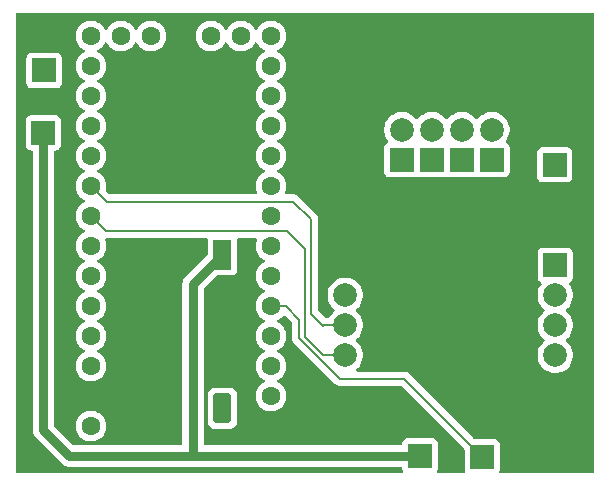
<source format=gbl>
%TF.GenerationSoftware,KiCad,Pcbnew,9.0.7*%
%TF.CreationDate,2026-02-08T08:02:23-07:00*%
%TF.ProjectId,PCB_v1,5043425f-7631-42e6-9b69-6361645f7063,rev?*%
%TF.SameCoordinates,Original*%
%TF.FileFunction,Copper,L2,Bot*%
%TF.FilePolarity,Positive*%
%FSLAX46Y46*%
G04 Gerber Fmt 4.6, Leading zero omitted, Abs format (unit mm)*
G04 Created by KiCad (PCBNEW 9.0.7) date 2026-02-08 08:02:23*
%MOMM*%
%LPD*%
G01*
G04 APERTURE LIST*
G04 Aperture macros list*
%AMRoundRect*
0 Rectangle with rounded corners*
0 $1 Rounding radius*
0 $2 $3 $4 $5 $6 $7 $8 $9 X,Y pos of 4 corners*
0 Add a 4 corners polygon primitive as box body*
4,1,4,$2,$3,$4,$5,$6,$7,$8,$9,$2,$3,0*
0 Add four circle primitives for the rounded corners*
1,1,$1+$1,$2,$3*
1,1,$1+$1,$4,$5*
1,1,$1+$1,$6,$7*
1,1,$1+$1,$8,$9*
0 Add four rect primitives between the rounded corners*
20,1,$1+$1,$2,$3,$4,$5,0*
20,1,$1+$1,$4,$5,$6,$7,0*
20,1,$1+$1,$6,$7,$8,$9,0*
20,1,$1+$1,$8,$9,$2,$3,0*%
G04 Aperture macros list end*
%TA.AperFunction,ComponentPad*%
%ADD10R,2.000000X2.000000*%
%TD*%
%TA.AperFunction,ComponentPad*%
%ADD11C,2.000000*%
%TD*%
%TA.AperFunction,ComponentPad*%
%ADD12C,1.600000*%
%TD*%
%TA.AperFunction,ComponentPad*%
%ADD13RoundRect,1.000000X-0.000010X0.000010X-0.000010X-0.000010X0.000010X-0.000010X0.000010X0.000010X0*%
%TD*%
%TA.AperFunction,ComponentPad*%
%ADD14R,1.500000X2.500000*%
%TD*%
%TA.AperFunction,ComponentPad*%
%ADD15RoundRect,0.150000X0.600000X-1.100000X0.600000X1.100000X-0.600000X1.100000X-0.600000X-1.100000X0*%
%TD*%
%TA.AperFunction,Conductor*%
%ADD16C,0.200000*%
%TD*%
%TA.AperFunction,Conductor*%
%ADD17C,0.800000*%
%TD*%
G04 APERTURE END LIST*
D10*
%TO.P,J7,1,Pin_1*%
%TO.N,/S_ESC_Right_3*%
X210000000Y-98108000D03*
%TD*%
%TO.P,J5,1,Pin_1*%
%TO.N,/12V*%
X204730000Y-98044500D03*
D11*
%TO.P,J5,2,Pin_2*%
%TO.N,/GND*%
X207270000Y-98044500D03*
%TD*%
D10*
%TO.P,J6,1,Pin_1*%
%TO.N,/S_ESC_Left_2*%
X172908000Y-65400000D03*
%TD*%
D12*
%TO.P,U1,1,GND*%
%TO.N,/GND*%
X192120000Y-95510000D03*
%TO.P,U1,2,0_RX1_CRX2_CS1*%
%TO.N,unconnected-(U1-0_RX1_CRX2_CS1-Pad2)*%
X192120000Y-92970000D03*
%TO.P,U1,3,1_TX1_CTX2_MISO1*%
%TO.N,unconnected-(U1-1_TX1_CTX2_MISO1-Pad3)*%
X192120000Y-90430000D03*
%TO.P,U1,4,2_OUT2*%
%TO.N,/S_ESC_Left_2*%
X192120000Y-87890000D03*
%TO.P,U1,5,3_LRCLK2*%
%TO.N,/S_ESC_Right_3*%
X192120000Y-85350000D03*
%TO.P,U1,6,4_BCLK2*%
%TO.N,unconnected-(U1-4_BCLK2-Pad6)*%
X192120000Y-82810000D03*
%TO.P,U1,7,5_IN2*%
%TO.N,unconnected-(U1-5_IN2-Pad7)*%
X192120000Y-80270000D03*
%TO.P,U1,8,6_OUT1D*%
%TO.N,unconnected-(U1-6_OUT1D-Pad8)*%
X192120000Y-77730000D03*
%TO.P,U1,9,7_RX2_OUT1A*%
%TO.N,unconnected-(U1-7_RX2_OUT1A-Pad9)*%
X192120000Y-75190000D03*
%TO.P,U1,10,8_TX2_IN1*%
%TO.N,unconnected-(U1-8_TX2_IN1-Pad10)*%
X192120000Y-72650000D03*
%TO.P,U1,11,9_OUT1C*%
%TO.N,unconnected-(U1-9_OUT1C-Pad11)*%
X192120000Y-70110000D03*
%TO.P,U1,12,10_CS_MQSR*%
%TO.N,unconnected-(U1-10_CS_MQSR-Pad12)*%
X192120000Y-67570000D03*
%TO.P,U1,13,11_MOSI_CTX1*%
%TO.N,/LED*%
X192120000Y-65030000D03*
%TO.P,U1,14,12_MISO_MQSL*%
%TO.N,unconnected-(U1-12_MISO_MQSL-Pad14)*%
X192120000Y-62490000D03*
%TO.P,U1,15,VBAT*%
%TO.N,unconnected-(U1-VBAT-Pad15)*%
X189580000Y-62490000D03*
%TO.P,U1,16,3V3*%
%TO.N,unconnected-(U1-3V3-Pad16)*%
X187040000Y-62490000D03*
%TO.P,U1,17,GND*%
%TO.N,/GND*%
X184500000Y-62490000D03*
%TO.P,U1,18,PROGRAM*%
%TO.N,unconnected-(U1-PROGRAM-Pad18)*%
X181960000Y-62490000D03*
%TO.P,U1,19,ON_OFF*%
%TO.N,unconnected-(U1-ON_OFF-Pad19)*%
X179420000Y-62490000D03*
%TO.P,U1,20,13_SCK_CRX1_LED*%
%TO.N,unconnected-(U1-13_SCK_CRX1_LED-Pad20)*%
X176880000Y-62490000D03*
%TO.P,U1,21,14_A0_TX3_SPDIF_OUT*%
%TO.N,unconnected-(U1-14_A0_TX3_SPDIF_OUT-Pad21)*%
X176880000Y-65030000D03*
%TO.P,U1,22,15_A1_RX3_SPDIF_IN*%
%TO.N,unconnected-(U1-15_A1_RX3_SPDIF_IN-Pad22)*%
X176880000Y-67570000D03*
%TO.P,U1,23,16_A2_RX4_SCL1*%
%TO.N,unconnected-(U1-16_A2_RX4_SCL1-Pad23)*%
X176880000Y-70110000D03*
%TO.P,U1,24,17_A3_TX4_SDA1*%
%TO.N,unconnected-(U1-17_A3_TX4_SDA1-Pad24)*%
X176880000Y-72650000D03*
%TO.P,U1,25,18_A4_SDA0*%
%TO.N,/SDA_18*%
X176880000Y-75190000D03*
%TO.P,U1,26,19_A5_SCL0*%
%TO.N,/SCL_19*%
X176880000Y-77730000D03*
%TO.P,U1,27,20_A6_TX5_LRCLK1*%
%TO.N,/CH4_20*%
X176880000Y-80270000D03*
%TO.P,U1,28,21_A7_RX5_BCLK1*%
%TO.N,/CH3_21*%
X176880000Y-82810000D03*
%TO.P,U1,29,22_A8_CTX1*%
%TO.N,/CH2_22*%
X176880000Y-85350000D03*
%TO.P,U1,30,23_A9_CRX1_MCLK1*%
%TO.N,/CH1_23*%
X176880000Y-87890000D03*
%TO.P,U1,31,3V3*%
%TO.N,/3.3V*%
X176880000Y-90430000D03*
%TO.P,U1,32,GND*%
%TO.N,/GND*%
X176880000Y-92970000D03*
%TO.P,U1,33,VIN*%
%TO.N,/5V*%
X176880000Y-95510000D03*
%TD*%
D10*
%TO.P,J4,1,Pin_1*%
%TO.N,/12V*%
X172844500Y-70670000D03*
D11*
%TO.P,J4,2,Pin_2*%
%TO.N,/GND*%
X172844500Y-68130000D03*
%TD*%
D10*
%TO.P,J8,1,Pin_1*%
%TO.N,/LED*%
X216135000Y-73370000D03*
D11*
%TO.P,J8,2,Pin_2*%
%TO.N,/GND*%
X216135000Y-70830000D03*
%TD*%
D10*
%TO.P,J1,1,Pin_1*%
%TO.N,unconnected-(J1-Pin_1-Pad1)*%
X216190000Y-81890000D03*
D13*
%TO.P,J1,2,Pin_2*%
%TO.N,unconnected-(J1-Pin_2-Pad2)*%
X216190000Y-84430000D03*
%TO.P,J1,3,Pin_3*%
%TO.N,unconnected-(J1-Pin_3-Pad3)*%
X216190000Y-86970000D03*
%TO.P,J1,4,Pin_4*%
%TO.N,unconnected-(J1-Pin_4-Pad4)*%
X216190000Y-89510000D03*
%TO.P,J1,5,Pin_5*%
%TO.N,/GND*%
X198410000Y-81890000D03*
%TO.P,J1,6,Pin_6*%
%TO.N,/3.3V*%
X198410000Y-84430000D03*
%TO.P,J1,7,Pin_7*%
%TO.N,/SDA_18*%
X198410000Y-86970000D03*
%TO.P,J1,8,Pin_8*%
%TO.N,/SCL_19*%
X198410000Y-89510000D03*
%TD*%
D14*
%TO.P,J3,1,Pin_1*%
%TO.N,/12V*%
X188000000Y-81000000D03*
D15*
%TO.P,J3,2,Pin_2*%
%TO.N,/GND*%
X181000000Y-81000000D03*
%TO.P,J3,3,Pin_3*%
%TO.N,/5V*%
X188000000Y-94000000D03*
%TO.P,J3,4,Pin_4*%
%TO.N,/GND*%
X181000000Y-94000000D03*
%TD*%
D10*
%TO.P,J2,1,Pin_1*%
%TO.N,/CH1_23*%
X203190000Y-72950000D03*
%TO.P,J2,2,Pin_2*%
%TO.N,/CH2_22*%
X205730000Y-72950000D03*
%TO.P,J2,3,Pin_3*%
%TO.N,/CH3_21*%
X208270000Y-72950000D03*
%TO.P,J2,4,Pin_4*%
%TO.N,/CH4_20*%
X210810000Y-72950000D03*
D11*
%TO.P,J2,5,Pin_5*%
%TO.N,/3.3V*%
X203190000Y-70410000D03*
%TO.P,J2,6,Pin_6*%
X205730000Y-70410000D03*
%TO.P,J2,7,Pin_7*%
X208270000Y-70410000D03*
%TO.P,J2,8,Pin_8*%
X210810000Y-70410000D03*
%TO.P,J2,9,Pin_9*%
%TO.N,/GND*%
X203190000Y-67870000D03*
%TO.P,J2,10,Pin_10*%
X205730000Y-67870000D03*
%TO.P,J2,11,Pin_11*%
X208270000Y-67870000D03*
%TO.P,J2,12,Pin_12*%
X210810000Y-67870000D03*
%TD*%
D16*
%TO.N,/SCL_19*%
X178150000Y-79000000D02*
X193500000Y-79000000D01*
X176880000Y-77730000D02*
X178150000Y-79000000D01*
X193500000Y-79000000D02*
X195000000Y-80500000D01*
X196510000Y-89510000D02*
X198410000Y-89510000D01*
X195000000Y-88000000D02*
X196510000Y-89510000D01*
X195000000Y-80500000D02*
X195000000Y-88000000D01*
%TO.N,/SDA_18*%
X195500000Y-78000000D02*
X194000000Y-76500000D01*
X178190000Y-76500000D02*
X176880000Y-75190000D01*
X198410000Y-86970000D02*
X196530000Y-86970000D01*
X196500000Y-87000000D02*
X195500000Y-86000000D01*
X194000000Y-76500000D02*
X178190000Y-76500000D01*
X195500000Y-86000000D02*
X195500000Y-78000000D01*
X196530000Y-86970000D02*
X196500000Y-87000000D01*
D17*
%TO.N,/12V*%
X172844500Y-70670000D02*
X172844500Y-95844500D01*
X185500000Y-98044500D02*
X185500000Y-83500000D01*
X185500000Y-98044500D02*
X204730000Y-98044500D01*
X185500000Y-83500000D02*
X188000000Y-81000000D01*
X175044500Y-98044500D02*
X185500000Y-98044500D01*
X172844500Y-95844500D02*
X175044500Y-98044500D01*
D16*
%TO.N,/S_ESC_Right_3*%
X194500000Y-86500000D02*
X194500000Y-88067100D01*
X192120000Y-85350000D02*
X193350000Y-85350000D01*
X203392000Y-91500000D02*
X210000000Y-98108000D01*
X193350000Y-85350000D02*
X194500000Y-86500000D01*
X197932900Y-91500000D02*
X203392000Y-91500000D01*
X194500000Y-88067100D02*
X197932900Y-91500000D01*
%TD*%
%TA.AperFunction,Conductor*%
%TO.N,/GND*%
G36*
X219442539Y-60520185D02*
G01*
X219488294Y-60572989D01*
X219499500Y-60624500D01*
X219499500Y-99375500D01*
X219479815Y-99442539D01*
X219427011Y-99488294D01*
X219375500Y-99499500D01*
X211566753Y-99499500D01*
X211499714Y-99479815D01*
X211453959Y-99427011D01*
X211444015Y-99357853D01*
X211450571Y-99332167D01*
X211494091Y-99215482D01*
X211500500Y-99155873D01*
X211500499Y-97060128D01*
X211494091Y-97000517D01*
X211492640Y-96996628D01*
X211443797Y-96865671D01*
X211443793Y-96865664D01*
X211357547Y-96750455D01*
X211357544Y-96750452D01*
X211242335Y-96664206D01*
X211242328Y-96664202D01*
X211107482Y-96613908D01*
X211107483Y-96613908D01*
X211047883Y-96607501D01*
X211047881Y-96607500D01*
X211047873Y-96607500D01*
X211047865Y-96607500D01*
X209400097Y-96607500D01*
X209333058Y-96587815D01*
X209312416Y-96571181D01*
X203879590Y-91138355D01*
X203879588Y-91138352D01*
X203760717Y-91019481D01*
X203760709Y-91019475D01*
X203645656Y-90953050D01*
X203645656Y-90953049D01*
X203645651Y-90953048D01*
X203638021Y-90948642D01*
X203623786Y-90940423D01*
X203581972Y-90929219D01*
X203471057Y-90899499D01*
X203312943Y-90899499D01*
X203305347Y-90899499D01*
X203305331Y-90899500D01*
X199429370Y-90899500D01*
X199362331Y-90879815D01*
X199316576Y-90827011D01*
X199306632Y-90757853D01*
X199335657Y-90694297D01*
X199349229Y-90680878D01*
X199474649Y-90574651D01*
X199474651Y-90574649D01*
X199635360Y-90384902D01*
X199635361Y-90384898D01*
X199635366Y-90384894D01*
X199762656Y-90171273D01*
X199853050Y-89939614D01*
X199904081Y-89696237D01*
X199910500Y-89592842D01*
X199910500Y-89427158D01*
X199904081Y-89323763D01*
X199853050Y-89080386D01*
X199853048Y-89080381D01*
X199853046Y-89080374D01*
X199762657Y-88848730D01*
X199762656Y-88848727D01*
X199635366Y-88635106D01*
X199635363Y-88635103D01*
X199635360Y-88635097D01*
X199474651Y-88445350D01*
X199474650Y-88445349D01*
X199343915Y-88334622D01*
X199305480Y-88276274D01*
X199304693Y-88206409D01*
X199341802Y-88147208D01*
X199343915Y-88145378D01*
X199474650Y-88034650D01*
X199474651Y-88034649D01*
X199635360Y-87844902D01*
X199635361Y-87844898D01*
X199635366Y-87844894D01*
X199762656Y-87631273D01*
X199853050Y-87399614D01*
X199904081Y-87156237D01*
X199910500Y-87052842D01*
X199910500Y-86887158D01*
X199904081Y-86783763D01*
X199853050Y-86540386D01*
X199853048Y-86540381D01*
X199853046Y-86540374D01*
X199762657Y-86308730D01*
X199762656Y-86308727D01*
X199635366Y-86095106D01*
X199635363Y-86095103D01*
X199635360Y-86095097D01*
X199474651Y-85905350D01*
X199474650Y-85905349D01*
X199343915Y-85794622D01*
X199305480Y-85736274D01*
X199304693Y-85666409D01*
X199341802Y-85607208D01*
X199343915Y-85605378D01*
X199474650Y-85494650D01*
X199474651Y-85494649D01*
X199635360Y-85304902D01*
X199635361Y-85304898D01*
X199635366Y-85304894D01*
X199762656Y-85091273D01*
X199849200Y-84869481D01*
X199853046Y-84859625D01*
X199853046Y-84859621D01*
X199853050Y-84859614D01*
X199904081Y-84616237D01*
X199910500Y-84512842D01*
X199910500Y-84347158D01*
X199904081Y-84243763D01*
X199853050Y-84000386D01*
X199853048Y-84000381D01*
X199853046Y-84000374D01*
X199762657Y-83768730D01*
X199762656Y-83768728D01*
X199762656Y-83768727D01*
X199635366Y-83555106D01*
X199635363Y-83555103D01*
X199635360Y-83555097D01*
X199474651Y-83365350D01*
X199474649Y-83365348D01*
X199284902Y-83204639D01*
X199133686Y-83114534D01*
X199071273Y-83077344D01*
X199071271Y-83077343D01*
X199071269Y-83077342D01*
X198839625Y-82986953D01*
X198839615Y-82986950D01*
X198596238Y-82935919D01*
X198596235Y-82935918D01*
X198492850Y-82929500D01*
X198492842Y-82929500D01*
X198327158Y-82929500D01*
X198327149Y-82929500D01*
X198223764Y-82935918D01*
X198223761Y-82935919D01*
X197980384Y-82986950D01*
X197980374Y-82986953D01*
X197748730Y-83077342D01*
X197535097Y-83204639D01*
X197345350Y-83365348D01*
X197345348Y-83365350D01*
X197184639Y-83555097D01*
X197057342Y-83768730D01*
X196966953Y-84000374D01*
X196966950Y-84000384D01*
X196915919Y-84243761D01*
X196915918Y-84243764D01*
X196909500Y-84347149D01*
X196909500Y-84512850D01*
X196915918Y-84616235D01*
X196915919Y-84616238D01*
X196966950Y-84859615D01*
X196966953Y-84859625D01*
X197057342Y-85091269D01*
X197184639Y-85304902D01*
X197345348Y-85494649D01*
X197345350Y-85494651D01*
X197476084Y-85605378D01*
X197514519Y-85663727D01*
X197515306Y-85733592D01*
X197478197Y-85792792D01*
X197476084Y-85794622D01*
X197345350Y-85905348D01*
X197345348Y-85905350D01*
X197184639Y-86095097D01*
X197057197Y-86308974D01*
X197049019Y-86316558D01*
X197044387Y-86326703D01*
X197023859Y-86339895D01*
X197005970Y-86356488D01*
X196993459Y-86359431D01*
X196985609Y-86364477D01*
X196950674Y-86369500D01*
X196770098Y-86369500D01*
X196703059Y-86349815D01*
X196682417Y-86333181D01*
X196136819Y-85787583D01*
X196103334Y-85726260D01*
X196100500Y-85699902D01*
X196100500Y-80842135D01*
X214689500Y-80842135D01*
X214689500Y-82937870D01*
X214689501Y-82937875D01*
X214695908Y-82997483D01*
X214746202Y-83132328D01*
X214746206Y-83132335D01*
X214832452Y-83247544D01*
X214832455Y-83247547D01*
X214947663Y-83333793D01*
X214953929Y-83337214D01*
X215003335Y-83386619D01*
X215018187Y-83454892D01*
X214993771Y-83520357D01*
X214989127Y-83526186D01*
X214964638Y-83555101D01*
X214964627Y-83555115D01*
X214837343Y-83768727D01*
X214837343Y-83768728D01*
X214746953Y-84000374D01*
X214746950Y-84000384D01*
X214695919Y-84243761D01*
X214695918Y-84243764D01*
X214689500Y-84347149D01*
X214689500Y-84512850D01*
X214695918Y-84616235D01*
X214695919Y-84616238D01*
X214746950Y-84859615D01*
X214746953Y-84859625D01*
X214837342Y-85091269D01*
X214964639Y-85304902D01*
X215125348Y-85494649D01*
X215125350Y-85494651D01*
X215256084Y-85605378D01*
X215294519Y-85663727D01*
X215295306Y-85733592D01*
X215258197Y-85792792D01*
X215256084Y-85794622D01*
X215125350Y-85905348D01*
X215125348Y-85905350D01*
X214964639Y-86095097D01*
X214837342Y-86308730D01*
X214746953Y-86540374D01*
X214746950Y-86540384D01*
X214695919Y-86783761D01*
X214695918Y-86783764D01*
X214689500Y-86887149D01*
X214689500Y-87052850D01*
X214695918Y-87156235D01*
X214695919Y-87156238D01*
X214746950Y-87399615D01*
X214746953Y-87399625D01*
X214837342Y-87631269D01*
X214837344Y-87631273D01*
X214930485Y-87787584D01*
X214964639Y-87844902D01*
X215125348Y-88034649D01*
X215125350Y-88034651D01*
X215256084Y-88145378D01*
X215294519Y-88203727D01*
X215295306Y-88273592D01*
X215258197Y-88332792D01*
X215256084Y-88334622D01*
X215125350Y-88445348D01*
X215125348Y-88445350D01*
X214964639Y-88635097D01*
X214837342Y-88848730D01*
X214746953Y-89080374D01*
X214746950Y-89080384D01*
X214695919Y-89323761D01*
X214695918Y-89323764D01*
X214689500Y-89427149D01*
X214689500Y-89592850D01*
X214695918Y-89696235D01*
X214695919Y-89696238D01*
X214746950Y-89939615D01*
X214746953Y-89939625D01*
X214837342Y-90171269D01*
X214964639Y-90384902D01*
X215125348Y-90574649D01*
X215125350Y-90574651D01*
X215315097Y-90735360D01*
X215315103Y-90735363D01*
X215315106Y-90735366D01*
X215528727Y-90862656D01*
X215528730Y-90862657D01*
X215760374Y-90953046D01*
X215760381Y-90953048D01*
X215760386Y-90953050D01*
X216003763Y-91004081D01*
X216107158Y-91010500D01*
X216107169Y-91010500D01*
X216272831Y-91010500D01*
X216272842Y-91010500D01*
X216376237Y-91004081D01*
X216619614Y-90953050D01*
X216619621Y-90953046D01*
X216619625Y-90953046D01*
X216756850Y-90899500D01*
X216851273Y-90862656D01*
X217064894Y-90735366D01*
X217064898Y-90735361D01*
X217064902Y-90735360D01*
X217254649Y-90574651D01*
X217254651Y-90574649D01*
X217415360Y-90384902D01*
X217415361Y-90384898D01*
X217415366Y-90384894D01*
X217542656Y-90171273D01*
X217633050Y-89939614D01*
X217684081Y-89696237D01*
X217690500Y-89592842D01*
X217690500Y-89427158D01*
X217684081Y-89323763D01*
X217633050Y-89080386D01*
X217633048Y-89080381D01*
X217633046Y-89080374D01*
X217542657Y-88848730D01*
X217542656Y-88848727D01*
X217415366Y-88635106D01*
X217415363Y-88635103D01*
X217415360Y-88635097D01*
X217254651Y-88445350D01*
X217254650Y-88445349D01*
X217123915Y-88334622D01*
X217085480Y-88276274D01*
X217084693Y-88206409D01*
X217121802Y-88147208D01*
X217123915Y-88145378D01*
X217254650Y-88034650D01*
X217254651Y-88034649D01*
X217415360Y-87844902D01*
X217415361Y-87844898D01*
X217415366Y-87844894D01*
X217542656Y-87631273D01*
X217633050Y-87399614D01*
X217684081Y-87156237D01*
X217690500Y-87052842D01*
X217690500Y-86887158D01*
X217684081Y-86783763D01*
X217633050Y-86540386D01*
X217633048Y-86540381D01*
X217633046Y-86540374D01*
X217542657Y-86308730D01*
X217542656Y-86308727D01*
X217415366Y-86095106D01*
X217415363Y-86095103D01*
X217415360Y-86095097D01*
X217254651Y-85905350D01*
X217254650Y-85905349D01*
X217123915Y-85794622D01*
X217085480Y-85736274D01*
X217084693Y-85666409D01*
X217121802Y-85607208D01*
X217123915Y-85605378D01*
X217254650Y-85494650D01*
X217254651Y-85494649D01*
X217415360Y-85304902D01*
X217415361Y-85304898D01*
X217415366Y-85304894D01*
X217542656Y-85091273D01*
X217629200Y-84869481D01*
X217633046Y-84859625D01*
X217633046Y-84859621D01*
X217633050Y-84859614D01*
X217684081Y-84616237D01*
X217690500Y-84512842D01*
X217690500Y-84347158D01*
X217684081Y-84243763D01*
X217633050Y-84000386D01*
X217633048Y-84000381D01*
X217633046Y-84000374D01*
X217542657Y-83768730D01*
X217542656Y-83768728D01*
X217542656Y-83768727D01*
X217415366Y-83555106D01*
X217415365Y-83555105D01*
X217415364Y-83555103D01*
X217390874Y-83526189D01*
X217362567Y-83462310D01*
X217373289Y-83393268D01*
X217419636Y-83340983D01*
X217426073Y-83337213D01*
X217432328Y-83333796D01*
X217432331Y-83333796D01*
X217547546Y-83247546D01*
X217633796Y-83132331D01*
X217684091Y-82997483D01*
X217690500Y-82937873D01*
X217690499Y-80842128D01*
X217684091Y-80782517D01*
X217679131Y-80769219D01*
X217633797Y-80647671D01*
X217633793Y-80647664D01*
X217547547Y-80532455D01*
X217547544Y-80532452D01*
X217432335Y-80446206D01*
X217432328Y-80446202D01*
X217297482Y-80395908D01*
X217297483Y-80395908D01*
X217237883Y-80389501D01*
X217237881Y-80389500D01*
X217237873Y-80389500D01*
X217237864Y-80389500D01*
X215142129Y-80389500D01*
X215142123Y-80389501D01*
X215082516Y-80395908D01*
X214947671Y-80446202D01*
X214947664Y-80446206D01*
X214832455Y-80532452D01*
X214832452Y-80532455D01*
X214746206Y-80647664D01*
X214746202Y-80647671D01*
X214695908Y-80782517D01*
X214689501Y-80842116D01*
X214689501Y-80842123D01*
X214689500Y-80842135D01*
X196100500Y-80842135D01*
X196100500Y-77920945D01*
X196100500Y-77920943D01*
X196059577Y-77768216D01*
X196059573Y-77768209D01*
X195980524Y-77631290D01*
X195980521Y-77631286D01*
X195980520Y-77631284D01*
X195868716Y-77519480D01*
X195868715Y-77519479D01*
X195864385Y-77515149D01*
X195864374Y-77515139D01*
X194487590Y-76138355D01*
X194487588Y-76138352D01*
X194368717Y-76019481D01*
X194368716Y-76019480D01*
X194281904Y-75969360D01*
X194281904Y-75969359D01*
X194281900Y-75969358D01*
X194231785Y-75940423D01*
X194079057Y-75899499D01*
X193920943Y-75899499D01*
X193913347Y-75899499D01*
X193913331Y-75899500D01*
X193420426Y-75899500D01*
X193353387Y-75879815D01*
X193307632Y-75827011D01*
X193297688Y-75757853D01*
X193309942Y-75719204D01*
X193325217Y-75689225D01*
X193325218Y-75689223D01*
X193325220Y-75689219D01*
X193388477Y-75494534D01*
X193420500Y-75292352D01*
X193420500Y-75087648D01*
X193388477Y-74885466D01*
X193383614Y-74870500D01*
X193337166Y-74727547D01*
X193325220Y-74690781D01*
X193325218Y-74690778D01*
X193325218Y-74690776D01*
X193285246Y-74612328D01*
X193232287Y-74508390D01*
X193190227Y-74450499D01*
X193111971Y-74342786D01*
X192967213Y-74198028D01*
X192801614Y-74077715D01*
X192761904Y-74057482D01*
X192708917Y-74030483D01*
X192658123Y-73982511D01*
X192641328Y-73914690D01*
X192663865Y-73848555D01*
X192708917Y-73809516D01*
X192801610Y-73762287D01*
X192822770Y-73746913D01*
X192967213Y-73641971D01*
X192967215Y-73641968D01*
X192967219Y-73641966D01*
X193111966Y-73497219D01*
X193111968Y-73497215D01*
X193111971Y-73497213D01*
X193164732Y-73424590D01*
X193232287Y-73331610D01*
X193325220Y-73149219D01*
X193388477Y-72954534D01*
X193420500Y-72752352D01*
X193420500Y-72547648D01*
X193388477Y-72345466D01*
X193380896Y-72322135D01*
X193355178Y-72242983D01*
X193325220Y-72150781D01*
X193325218Y-72150778D01*
X193325218Y-72150776D01*
X193262429Y-72027547D01*
X193232287Y-71968390D01*
X193201639Y-71926206D01*
X193111971Y-71802786D01*
X192967213Y-71658028D01*
X192801614Y-71537715D01*
X192739770Y-71506204D01*
X192708917Y-71490483D01*
X192658123Y-71442511D01*
X192641328Y-71374690D01*
X192663865Y-71308555D01*
X192708917Y-71269516D01*
X192801610Y-71222287D01*
X192837195Y-71196433D01*
X192967213Y-71101971D01*
X192967215Y-71101968D01*
X192967219Y-71101966D01*
X193111966Y-70957219D01*
X193111968Y-70957215D01*
X193111971Y-70957213D01*
X193164732Y-70884590D01*
X193232287Y-70791610D01*
X193325220Y-70609219D01*
X193388477Y-70414534D01*
X193407900Y-70291902D01*
X201689500Y-70291902D01*
X201689500Y-70528097D01*
X201726446Y-70761368D01*
X201799433Y-70985996D01*
X201858526Y-71101971D01*
X201906657Y-71196433D01*
X201994610Y-71317490D01*
X201996549Y-71320158D01*
X202020029Y-71385965D01*
X202004204Y-71454019D01*
X201955255Y-71501589D01*
X201955454Y-71501953D01*
X201954146Y-71502667D01*
X201954098Y-71502714D01*
X201953885Y-71502809D01*
X201947664Y-71506206D01*
X201832455Y-71592452D01*
X201832452Y-71592455D01*
X201746206Y-71707664D01*
X201746202Y-71707671D01*
X201695908Y-71842517D01*
X201689501Y-71902116D01*
X201689501Y-71902123D01*
X201689500Y-71902135D01*
X201689500Y-73997870D01*
X201689501Y-73997876D01*
X201695908Y-74057483D01*
X201746202Y-74192328D01*
X201746206Y-74192335D01*
X201832452Y-74307544D01*
X201832455Y-74307547D01*
X201947664Y-74393793D01*
X201947671Y-74393797D01*
X202082517Y-74444091D01*
X202082516Y-74444091D01*
X202089444Y-74444835D01*
X202142127Y-74450500D01*
X204237872Y-74450499D01*
X204297483Y-74444091D01*
X204416667Y-74399637D01*
X204486358Y-74394654D01*
X204503329Y-74399636D01*
X204622517Y-74444091D01*
X204622516Y-74444091D01*
X204629444Y-74444835D01*
X204682127Y-74450500D01*
X206777872Y-74450499D01*
X206837483Y-74444091D01*
X206956667Y-74399637D01*
X207026358Y-74394654D01*
X207043329Y-74399636D01*
X207162517Y-74444091D01*
X207162516Y-74444091D01*
X207169444Y-74444835D01*
X207222127Y-74450500D01*
X209317872Y-74450499D01*
X209377483Y-74444091D01*
X209496667Y-74399637D01*
X209566358Y-74394654D01*
X209583329Y-74399636D01*
X209702517Y-74444091D01*
X209702516Y-74444091D01*
X209709444Y-74444835D01*
X209762127Y-74450500D01*
X211857872Y-74450499D01*
X211917483Y-74444091D01*
X212052331Y-74393796D01*
X212167546Y-74307546D01*
X212253796Y-74192331D01*
X212304091Y-74057483D01*
X212310500Y-73997873D01*
X212310499Y-72322135D01*
X214634500Y-72322135D01*
X214634500Y-74417870D01*
X214634501Y-74417876D01*
X214640908Y-74477483D01*
X214691202Y-74612328D01*
X214691206Y-74612335D01*
X214777452Y-74727544D01*
X214777455Y-74727547D01*
X214892664Y-74813793D01*
X214892671Y-74813797D01*
X215027517Y-74864091D01*
X215027516Y-74864091D01*
X215034444Y-74864835D01*
X215087127Y-74870500D01*
X217182872Y-74870499D01*
X217242483Y-74864091D01*
X217377331Y-74813796D01*
X217492546Y-74727546D01*
X217578796Y-74612331D01*
X217629091Y-74477483D01*
X217635500Y-74417873D01*
X217635499Y-72322128D01*
X217629091Y-72262517D01*
X217621805Y-72242983D01*
X217578797Y-72127671D01*
X217578793Y-72127664D01*
X217492547Y-72012455D01*
X217492544Y-72012452D01*
X217377335Y-71926206D01*
X217377328Y-71926202D01*
X217242482Y-71875908D01*
X217242483Y-71875908D01*
X217182883Y-71869501D01*
X217182881Y-71869500D01*
X217182873Y-71869500D01*
X217182864Y-71869500D01*
X215087129Y-71869500D01*
X215087123Y-71869501D01*
X215027516Y-71875908D01*
X214892671Y-71926202D01*
X214892664Y-71926206D01*
X214777455Y-72012452D01*
X214777452Y-72012455D01*
X214691206Y-72127664D01*
X214691202Y-72127671D01*
X214640908Y-72262517D01*
X214637470Y-72294499D01*
X214634501Y-72322123D01*
X214634500Y-72322135D01*
X212310499Y-72322135D01*
X212310499Y-71902128D01*
X212304091Y-71842517D01*
X212289272Y-71802786D01*
X212253797Y-71707671D01*
X212253793Y-71707664D01*
X212167547Y-71592455D01*
X212167544Y-71592452D01*
X212052335Y-71506206D01*
X212044546Y-71501953D01*
X212046331Y-71498683D01*
X212004448Y-71467284D01*
X211980078Y-71401803D01*
X211994978Y-71333540D01*
X212003441Y-71320171D01*
X212093343Y-71196433D01*
X212200568Y-70985992D01*
X212273553Y-70761368D01*
X212310500Y-70528097D01*
X212310500Y-70291902D01*
X212273553Y-70058631D01*
X212200566Y-69834003D01*
X212093342Y-69623566D01*
X211954517Y-69432490D01*
X211787510Y-69265483D01*
X211596433Y-69126657D01*
X211385996Y-69019433D01*
X211161368Y-68946446D01*
X210928097Y-68909500D01*
X210928092Y-68909500D01*
X210691908Y-68909500D01*
X210691903Y-68909500D01*
X210458631Y-68946446D01*
X210234003Y-69019433D01*
X210023566Y-69126657D01*
X209914550Y-69205862D01*
X209832490Y-69265483D01*
X209832488Y-69265485D01*
X209832487Y-69265485D01*
X209665484Y-69432488D01*
X209640318Y-69467127D01*
X209584987Y-69509792D01*
X209515374Y-69515771D01*
X209453579Y-69483165D01*
X209439682Y-69467127D01*
X209414517Y-69432490D01*
X209247510Y-69265483D01*
X209056433Y-69126657D01*
X208845996Y-69019433D01*
X208621368Y-68946446D01*
X208388097Y-68909500D01*
X208388092Y-68909500D01*
X208151908Y-68909500D01*
X208151903Y-68909500D01*
X207918631Y-68946446D01*
X207694003Y-69019433D01*
X207483566Y-69126657D01*
X207374550Y-69205862D01*
X207292490Y-69265483D01*
X207292488Y-69265485D01*
X207292487Y-69265485D01*
X207125484Y-69432488D01*
X207100318Y-69467127D01*
X207044987Y-69509792D01*
X206975374Y-69515771D01*
X206913579Y-69483165D01*
X206899682Y-69467127D01*
X206874517Y-69432490D01*
X206707510Y-69265483D01*
X206516433Y-69126657D01*
X206305996Y-69019433D01*
X206081368Y-68946446D01*
X205848097Y-68909500D01*
X205848092Y-68909500D01*
X205611908Y-68909500D01*
X205611903Y-68909500D01*
X205378631Y-68946446D01*
X205154003Y-69019433D01*
X204943566Y-69126657D01*
X204834550Y-69205862D01*
X204752490Y-69265483D01*
X204752488Y-69265485D01*
X204752487Y-69265485D01*
X204585484Y-69432488D01*
X204560318Y-69467127D01*
X204504987Y-69509792D01*
X204435374Y-69515771D01*
X204373579Y-69483165D01*
X204359682Y-69467127D01*
X204334517Y-69432490D01*
X204167510Y-69265483D01*
X203976433Y-69126657D01*
X203765996Y-69019433D01*
X203541368Y-68946446D01*
X203308097Y-68909500D01*
X203308092Y-68909500D01*
X203071908Y-68909500D01*
X203071903Y-68909500D01*
X202838631Y-68946446D01*
X202614003Y-69019433D01*
X202403566Y-69126657D01*
X202294550Y-69205862D01*
X202212490Y-69265483D01*
X202212488Y-69265485D01*
X202212487Y-69265485D01*
X202045485Y-69432487D01*
X202045485Y-69432488D01*
X202045483Y-69432490D01*
X201989320Y-69509792D01*
X201906657Y-69623566D01*
X201799433Y-69834003D01*
X201726446Y-70058631D01*
X201689500Y-70291902D01*
X193407900Y-70291902D01*
X193420500Y-70212352D01*
X193420500Y-70007648D01*
X193388477Y-69805466D01*
X193325220Y-69610781D01*
X193325218Y-69610778D01*
X193325218Y-69610776D01*
X193260196Y-69483165D01*
X193232287Y-69428390D01*
X193224556Y-69417749D01*
X193111971Y-69262786D01*
X192967213Y-69118028D01*
X192801614Y-68997715D01*
X192795006Y-68994348D01*
X192708917Y-68950483D01*
X192658123Y-68902511D01*
X192641328Y-68834690D01*
X192663865Y-68768555D01*
X192708917Y-68729516D01*
X192801610Y-68682287D01*
X192822770Y-68666913D01*
X192967213Y-68561971D01*
X192967215Y-68561968D01*
X192967219Y-68561966D01*
X193111966Y-68417219D01*
X193111968Y-68417215D01*
X193111971Y-68417213D01*
X193164732Y-68344590D01*
X193232287Y-68251610D01*
X193325220Y-68069219D01*
X193388477Y-67874534D01*
X193420500Y-67672352D01*
X193420500Y-67467648D01*
X193388477Y-67265466D01*
X193325220Y-67070781D01*
X193325218Y-67070778D01*
X193325218Y-67070776D01*
X193238457Y-66900500D01*
X193232287Y-66888390D01*
X193199886Y-66843793D01*
X193111971Y-66722786D01*
X192967213Y-66578028D01*
X192801614Y-66457715D01*
X192795006Y-66454348D01*
X192708917Y-66410483D01*
X192658123Y-66362511D01*
X192641328Y-66294690D01*
X192663865Y-66228555D01*
X192708917Y-66189516D01*
X192801610Y-66142287D01*
X192822770Y-66126913D01*
X192967213Y-66021971D01*
X192967215Y-66021968D01*
X192967219Y-66021966D01*
X193111966Y-65877219D01*
X193111968Y-65877215D01*
X193111971Y-65877213D01*
X193164732Y-65804590D01*
X193232287Y-65711610D01*
X193325220Y-65529219D01*
X193388477Y-65334534D01*
X193420500Y-65132352D01*
X193420500Y-64927648D01*
X193388477Y-64725466D01*
X193325220Y-64530781D01*
X193325218Y-64530778D01*
X193325218Y-64530776D01*
X193291503Y-64464607D01*
X193232287Y-64348390D01*
X193224556Y-64337749D01*
X193111971Y-64182786D01*
X192967213Y-64038028D01*
X192801614Y-63917715D01*
X192765865Y-63899500D01*
X192708917Y-63870483D01*
X192658123Y-63822511D01*
X192641328Y-63754690D01*
X192663865Y-63688555D01*
X192708917Y-63649516D01*
X192801610Y-63602287D01*
X192822770Y-63586913D01*
X192967213Y-63481971D01*
X192967215Y-63481968D01*
X192967219Y-63481966D01*
X193111966Y-63337219D01*
X193111968Y-63337215D01*
X193111971Y-63337213D01*
X193164732Y-63264590D01*
X193232287Y-63171610D01*
X193325220Y-62989219D01*
X193388477Y-62794534D01*
X193420500Y-62592352D01*
X193420500Y-62387648D01*
X193388477Y-62185466D01*
X193325220Y-61990781D01*
X193325218Y-61990778D01*
X193325218Y-61990776D01*
X193279515Y-61901080D01*
X193232287Y-61808390D01*
X193224556Y-61797749D01*
X193111971Y-61642786D01*
X192967213Y-61498028D01*
X192801613Y-61377715D01*
X192801612Y-61377714D01*
X192801610Y-61377713D01*
X192744653Y-61348691D01*
X192619223Y-61284781D01*
X192424534Y-61221522D01*
X192249995Y-61193878D01*
X192222352Y-61189500D01*
X192017648Y-61189500D01*
X191993329Y-61193351D01*
X191815465Y-61221522D01*
X191620776Y-61284781D01*
X191438386Y-61377715D01*
X191272786Y-61498028D01*
X191128028Y-61642786D01*
X191007715Y-61808386D01*
X190960485Y-61901080D01*
X190912510Y-61951876D01*
X190844689Y-61968671D01*
X190778554Y-61946134D01*
X190739515Y-61901080D01*
X190738883Y-61899840D01*
X190692287Y-61808390D01*
X190684556Y-61797749D01*
X190571971Y-61642786D01*
X190427213Y-61498028D01*
X190261613Y-61377715D01*
X190261612Y-61377714D01*
X190261610Y-61377713D01*
X190204653Y-61348691D01*
X190079223Y-61284781D01*
X189884534Y-61221522D01*
X189709995Y-61193878D01*
X189682352Y-61189500D01*
X189477648Y-61189500D01*
X189453329Y-61193351D01*
X189275465Y-61221522D01*
X189080776Y-61284781D01*
X188898386Y-61377715D01*
X188732786Y-61498028D01*
X188588028Y-61642786D01*
X188467715Y-61808386D01*
X188420485Y-61901080D01*
X188372510Y-61951876D01*
X188304689Y-61968671D01*
X188238554Y-61946134D01*
X188199515Y-61901080D01*
X188198883Y-61899840D01*
X188152287Y-61808390D01*
X188144556Y-61797749D01*
X188031971Y-61642786D01*
X187887213Y-61498028D01*
X187721613Y-61377715D01*
X187721612Y-61377714D01*
X187721610Y-61377713D01*
X187664653Y-61348691D01*
X187539223Y-61284781D01*
X187344534Y-61221522D01*
X187169995Y-61193878D01*
X187142352Y-61189500D01*
X186937648Y-61189500D01*
X186913329Y-61193351D01*
X186735465Y-61221522D01*
X186540776Y-61284781D01*
X186358386Y-61377715D01*
X186192786Y-61498028D01*
X186048028Y-61642786D01*
X185927715Y-61808386D01*
X185834781Y-61990776D01*
X185771522Y-62185465D01*
X185739500Y-62387648D01*
X185739500Y-62592351D01*
X185771522Y-62794534D01*
X185834781Y-62989223D01*
X185927715Y-63171613D01*
X186048028Y-63337213D01*
X186192786Y-63481971D01*
X186347749Y-63594556D01*
X186358390Y-63602287D01*
X186451080Y-63649515D01*
X186540776Y-63695218D01*
X186540778Y-63695218D01*
X186540781Y-63695220D01*
X186645137Y-63729127D01*
X186735465Y-63758477D01*
X186754697Y-63761523D01*
X186937648Y-63790500D01*
X186937649Y-63790500D01*
X187142351Y-63790500D01*
X187142352Y-63790500D01*
X187344534Y-63758477D01*
X187539219Y-63695220D01*
X187721610Y-63602287D01*
X187814590Y-63534732D01*
X187887213Y-63481971D01*
X187887215Y-63481968D01*
X187887219Y-63481966D01*
X188031966Y-63337219D01*
X188031968Y-63337215D01*
X188031971Y-63337213D01*
X188152284Y-63171614D01*
X188152285Y-63171613D01*
X188152287Y-63171610D01*
X188199516Y-63078917D01*
X188247489Y-63028123D01*
X188315310Y-63011328D01*
X188381445Y-63033865D01*
X188420485Y-63078919D01*
X188467715Y-63171614D01*
X188588028Y-63337213D01*
X188732786Y-63481971D01*
X188887749Y-63594556D01*
X188898390Y-63602287D01*
X188991080Y-63649515D01*
X189080776Y-63695218D01*
X189080778Y-63695218D01*
X189080781Y-63695220D01*
X189185137Y-63729127D01*
X189275465Y-63758477D01*
X189294697Y-63761523D01*
X189477648Y-63790500D01*
X189477649Y-63790500D01*
X189682351Y-63790500D01*
X189682352Y-63790500D01*
X189884534Y-63758477D01*
X190079219Y-63695220D01*
X190261610Y-63602287D01*
X190354590Y-63534732D01*
X190427213Y-63481971D01*
X190427215Y-63481968D01*
X190427219Y-63481966D01*
X190571966Y-63337219D01*
X190571968Y-63337215D01*
X190571971Y-63337213D01*
X190692284Y-63171614D01*
X190692285Y-63171613D01*
X190692287Y-63171610D01*
X190739516Y-63078917D01*
X190787489Y-63028123D01*
X190855310Y-63011328D01*
X190921445Y-63033865D01*
X190960485Y-63078919D01*
X191007715Y-63171614D01*
X191128028Y-63337213D01*
X191272786Y-63481971D01*
X191427749Y-63594556D01*
X191438390Y-63602287D01*
X191529840Y-63648883D01*
X191531080Y-63649515D01*
X191581876Y-63697490D01*
X191598671Y-63765311D01*
X191576134Y-63831446D01*
X191531080Y-63870485D01*
X191438386Y-63917715D01*
X191272786Y-64038028D01*
X191128028Y-64182786D01*
X191007715Y-64348386D01*
X190914781Y-64530776D01*
X190851522Y-64725465D01*
X190819500Y-64927648D01*
X190819500Y-65132351D01*
X190851522Y-65334534D01*
X190914781Y-65529223D01*
X191007715Y-65711613D01*
X191128028Y-65877213D01*
X191272786Y-66021971D01*
X191427749Y-66134556D01*
X191438390Y-66142287D01*
X191529840Y-66188883D01*
X191531080Y-66189515D01*
X191581876Y-66237490D01*
X191598671Y-66305311D01*
X191576134Y-66371446D01*
X191531080Y-66410485D01*
X191438386Y-66457715D01*
X191272786Y-66578028D01*
X191128028Y-66722786D01*
X191007715Y-66888386D01*
X190914781Y-67070776D01*
X190851522Y-67265465D01*
X190819500Y-67467648D01*
X190819500Y-67672351D01*
X190851522Y-67874534D01*
X190914781Y-68069223D01*
X191007715Y-68251613D01*
X191128028Y-68417213D01*
X191272786Y-68561971D01*
X191427749Y-68674556D01*
X191438390Y-68682287D01*
X191529840Y-68728883D01*
X191531080Y-68729515D01*
X191581876Y-68777490D01*
X191598671Y-68845311D01*
X191576134Y-68911446D01*
X191531080Y-68950485D01*
X191438386Y-68997715D01*
X191272786Y-69118028D01*
X191128028Y-69262786D01*
X191007715Y-69428386D01*
X190914781Y-69610776D01*
X190851522Y-69805465D01*
X190819500Y-70007648D01*
X190819500Y-70212351D01*
X190851522Y-70414534D01*
X190914781Y-70609223D01*
X191007715Y-70791613D01*
X191128028Y-70957213D01*
X191272786Y-71101971D01*
X191427749Y-71214556D01*
X191438390Y-71222287D01*
X191529840Y-71268883D01*
X191531080Y-71269515D01*
X191581876Y-71317490D01*
X191598671Y-71385311D01*
X191576134Y-71451446D01*
X191531080Y-71490485D01*
X191438386Y-71537715D01*
X191272786Y-71658028D01*
X191128028Y-71802786D01*
X191007715Y-71968386D01*
X190914781Y-72150776D01*
X190851522Y-72345465D01*
X190819500Y-72547648D01*
X190819500Y-72752351D01*
X190851522Y-72954534D01*
X190914781Y-73149223D01*
X191007715Y-73331613D01*
X191128028Y-73497213D01*
X191272786Y-73641971D01*
X191427749Y-73754556D01*
X191438390Y-73762287D01*
X191529840Y-73808883D01*
X191531080Y-73809515D01*
X191581876Y-73857490D01*
X191598671Y-73925311D01*
X191576134Y-73991446D01*
X191531080Y-74030485D01*
X191438386Y-74077715D01*
X191272786Y-74198028D01*
X191128028Y-74342786D01*
X191007715Y-74508386D01*
X190914781Y-74690776D01*
X190851522Y-74885465D01*
X190819500Y-75087648D01*
X190819500Y-75292351D01*
X190851522Y-75494534D01*
X190914782Y-75689225D01*
X190930058Y-75719204D01*
X190942955Y-75787873D01*
X190916680Y-75852614D01*
X190859574Y-75892871D01*
X190819574Y-75899500D01*
X178490098Y-75899500D01*
X178423059Y-75879815D01*
X178402417Y-75863181D01*
X178174077Y-75634841D01*
X178140592Y-75573518D01*
X178143827Y-75508842D01*
X178148477Y-75494534D01*
X178180500Y-75292352D01*
X178180500Y-75087648D01*
X178148477Y-74885466D01*
X178143614Y-74870500D01*
X178097166Y-74727547D01*
X178085220Y-74690781D01*
X178085218Y-74690778D01*
X178085218Y-74690776D01*
X178045246Y-74612328D01*
X177992287Y-74508390D01*
X177950227Y-74450499D01*
X177871971Y-74342786D01*
X177727213Y-74198028D01*
X177561614Y-74077715D01*
X177521904Y-74057482D01*
X177468917Y-74030483D01*
X177418123Y-73982511D01*
X177401328Y-73914690D01*
X177423865Y-73848555D01*
X177468917Y-73809516D01*
X177561610Y-73762287D01*
X177582770Y-73746913D01*
X177727213Y-73641971D01*
X177727215Y-73641968D01*
X177727219Y-73641966D01*
X177871966Y-73497219D01*
X177871968Y-73497215D01*
X177871971Y-73497213D01*
X177924732Y-73424590D01*
X177992287Y-73331610D01*
X178085220Y-73149219D01*
X178148477Y-72954534D01*
X178180500Y-72752352D01*
X178180500Y-72547648D01*
X178148477Y-72345466D01*
X178140896Y-72322135D01*
X178115178Y-72242983D01*
X178085220Y-72150781D01*
X178085218Y-72150778D01*
X178085218Y-72150776D01*
X178022429Y-72027547D01*
X177992287Y-71968390D01*
X177961639Y-71926206D01*
X177871971Y-71802786D01*
X177727213Y-71658028D01*
X177561614Y-71537715D01*
X177499770Y-71506204D01*
X177468917Y-71490483D01*
X177418123Y-71442511D01*
X177401328Y-71374690D01*
X177423865Y-71308555D01*
X177468917Y-71269516D01*
X177561610Y-71222287D01*
X177597195Y-71196433D01*
X177727213Y-71101971D01*
X177727215Y-71101968D01*
X177727219Y-71101966D01*
X177871966Y-70957219D01*
X177871968Y-70957215D01*
X177871971Y-70957213D01*
X177924732Y-70884590D01*
X177992287Y-70791610D01*
X178085220Y-70609219D01*
X178148477Y-70414534D01*
X178180500Y-70212352D01*
X178180500Y-70007648D01*
X178148477Y-69805466D01*
X178085220Y-69610781D01*
X178085218Y-69610778D01*
X178085218Y-69610776D01*
X178020196Y-69483165D01*
X177992287Y-69428390D01*
X177984556Y-69417749D01*
X177871971Y-69262786D01*
X177727213Y-69118028D01*
X177561614Y-68997715D01*
X177555006Y-68994348D01*
X177468917Y-68950483D01*
X177418123Y-68902511D01*
X177401328Y-68834690D01*
X177423865Y-68768555D01*
X177468917Y-68729516D01*
X177561610Y-68682287D01*
X177582770Y-68666913D01*
X177727213Y-68561971D01*
X177727215Y-68561968D01*
X177727219Y-68561966D01*
X177871966Y-68417219D01*
X177871968Y-68417215D01*
X177871971Y-68417213D01*
X177924732Y-68344590D01*
X177992287Y-68251610D01*
X178085220Y-68069219D01*
X178148477Y-67874534D01*
X178180500Y-67672352D01*
X178180500Y-67467648D01*
X178148477Y-67265466D01*
X178085220Y-67070781D01*
X178085218Y-67070778D01*
X178085218Y-67070776D01*
X177998457Y-66900500D01*
X177992287Y-66888390D01*
X177959886Y-66843793D01*
X177871971Y-66722786D01*
X177727213Y-66578028D01*
X177561614Y-66457715D01*
X177555006Y-66454348D01*
X177468917Y-66410483D01*
X177418123Y-66362511D01*
X177401328Y-66294690D01*
X177423865Y-66228555D01*
X177468917Y-66189516D01*
X177561610Y-66142287D01*
X177582770Y-66126913D01*
X177727213Y-66021971D01*
X177727215Y-66021968D01*
X177727219Y-66021966D01*
X177871966Y-65877219D01*
X177871968Y-65877215D01*
X177871971Y-65877213D01*
X177924732Y-65804590D01*
X177992287Y-65711610D01*
X178085220Y-65529219D01*
X178148477Y-65334534D01*
X178180500Y-65132352D01*
X178180500Y-64927648D01*
X178148477Y-64725466D01*
X178085220Y-64530781D01*
X178085218Y-64530778D01*
X178085218Y-64530776D01*
X178051503Y-64464607D01*
X177992287Y-64348390D01*
X177984556Y-64337749D01*
X177871971Y-64182786D01*
X177727213Y-64038028D01*
X177561614Y-63917715D01*
X177525865Y-63899500D01*
X177468917Y-63870483D01*
X177418123Y-63822511D01*
X177401328Y-63754690D01*
X177423865Y-63688555D01*
X177468917Y-63649516D01*
X177561610Y-63602287D01*
X177582770Y-63586913D01*
X177727213Y-63481971D01*
X177727215Y-63481968D01*
X177727219Y-63481966D01*
X177871966Y-63337219D01*
X177871968Y-63337215D01*
X177871971Y-63337213D01*
X177992284Y-63171614D01*
X177992285Y-63171613D01*
X177992287Y-63171610D01*
X178039516Y-63078917D01*
X178087489Y-63028123D01*
X178155310Y-63011328D01*
X178221445Y-63033865D01*
X178260485Y-63078919D01*
X178307715Y-63171614D01*
X178428028Y-63337213D01*
X178572786Y-63481971D01*
X178727749Y-63594556D01*
X178738390Y-63602287D01*
X178831080Y-63649515D01*
X178920776Y-63695218D01*
X178920778Y-63695218D01*
X178920781Y-63695220D01*
X179025137Y-63729127D01*
X179115465Y-63758477D01*
X179134697Y-63761523D01*
X179317648Y-63790500D01*
X179317649Y-63790500D01*
X179522351Y-63790500D01*
X179522352Y-63790500D01*
X179724534Y-63758477D01*
X179919219Y-63695220D01*
X180101610Y-63602287D01*
X180194590Y-63534732D01*
X180267213Y-63481971D01*
X180267215Y-63481968D01*
X180267219Y-63481966D01*
X180411966Y-63337219D01*
X180411968Y-63337215D01*
X180411971Y-63337213D01*
X180532284Y-63171614D01*
X180532285Y-63171613D01*
X180532287Y-63171610D01*
X180579516Y-63078917D01*
X180627489Y-63028123D01*
X180695310Y-63011328D01*
X180761445Y-63033865D01*
X180800485Y-63078919D01*
X180847715Y-63171614D01*
X180968028Y-63337213D01*
X181112786Y-63481971D01*
X181267749Y-63594556D01*
X181278390Y-63602287D01*
X181371080Y-63649515D01*
X181460776Y-63695218D01*
X181460778Y-63695218D01*
X181460781Y-63695220D01*
X181565137Y-63729127D01*
X181655465Y-63758477D01*
X181674697Y-63761523D01*
X181857648Y-63790500D01*
X181857649Y-63790500D01*
X182062351Y-63790500D01*
X182062352Y-63790500D01*
X182264534Y-63758477D01*
X182459219Y-63695220D01*
X182641610Y-63602287D01*
X182734590Y-63534732D01*
X182807213Y-63481971D01*
X182807215Y-63481968D01*
X182807219Y-63481966D01*
X182951966Y-63337219D01*
X182951968Y-63337215D01*
X182951971Y-63337213D01*
X183004732Y-63264590D01*
X183072287Y-63171610D01*
X183165220Y-62989219D01*
X183228477Y-62794534D01*
X183260500Y-62592352D01*
X183260500Y-62387648D01*
X183228477Y-62185466D01*
X183165220Y-61990781D01*
X183165218Y-61990778D01*
X183165218Y-61990776D01*
X183119515Y-61901080D01*
X183072287Y-61808390D01*
X183064556Y-61797749D01*
X182951971Y-61642786D01*
X182807213Y-61498028D01*
X182641613Y-61377715D01*
X182641612Y-61377714D01*
X182641610Y-61377713D01*
X182584653Y-61348691D01*
X182459223Y-61284781D01*
X182264534Y-61221522D01*
X182089995Y-61193878D01*
X182062352Y-61189500D01*
X181857648Y-61189500D01*
X181833329Y-61193351D01*
X181655465Y-61221522D01*
X181460776Y-61284781D01*
X181278386Y-61377715D01*
X181112786Y-61498028D01*
X180968028Y-61642786D01*
X180847715Y-61808386D01*
X180800485Y-61901080D01*
X180752510Y-61951876D01*
X180684689Y-61968671D01*
X180618554Y-61946134D01*
X180579515Y-61901080D01*
X180578883Y-61899840D01*
X180532287Y-61808390D01*
X180524556Y-61797749D01*
X180411971Y-61642786D01*
X180267213Y-61498028D01*
X180101613Y-61377715D01*
X180101612Y-61377714D01*
X180101610Y-61377713D01*
X180044653Y-61348691D01*
X179919223Y-61284781D01*
X179724534Y-61221522D01*
X179549995Y-61193878D01*
X179522352Y-61189500D01*
X179317648Y-61189500D01*
X179293329Y-61193351D01*
X179115465Y-61221522D01*
X178920776Y-61284781D01*
X178738386Y-61377715D01*
X178572786Y-61498028D01*
X178428028Y-61642786D01*
X178307715Y-61808386D01*
X178260485Y-61901080D01*
X178212510Y-61951876D01*
X178144689Y-61968671D01*
X178078554Y-61946134D01*
X178039515Y-61901080D01*
X178038883Y-61899840D01*
X177992287Y-61808390D01*
X177984556Y-61797749D01*
X177871971Y-61642786D01*
X177727213Y-61498028D01*
X177561613Y-61377715D01*
X177561612Y-61377714D01*
X177561610Y-61377713D01*
X177504653Y-61348691D01*
X177379223Y-61284781D01*
X177184534Y-61221522D01*
X177009995Y-61193878D01*
X176982352Y-61189500D01*
X176777648Y-61189500D01*
X176753329Y-61193351D01*
X176575465Y-61221522D01*
X176380776Y-61284781D01*
X176198386Y-61377715D01*
X176032786Y-61498028D01*
X175888028Y-61642786D01*
X175767715Y-61808386D01*
X175674781Y-61990776D01*
X175611522Y-62185465D01*
X175579500Y-62387648D01*
X175579500Y-62592351D01*
X175611522Y-62794534D01*
X175674781Y-62989223D01*
X175767715Y-63171613D01*
X175888028Y-63337213D01*
X176032786Y-63481971D01*
X176187749Y-63594556D01*
X176198390Y-63602287D01*
X176289840Y-63648883D01*
X176291080Y-63649515D01*
X176341876Y-63697490D01*
X176358671Y-63765311D01*
X176336134Y-63831446D01*
X176291080Y-63870485D01*
X176198386Y-63917715D01*
X176032786Y-64038028D01*
X175888028Y-64182786D01*
X175767715Y-64348386D01*
X175674781Y-64530776D01*
X175611522Y-64725465D01*
X175579500Y-64927648D01*
X175579500Y-65132351D01*
X175611522Y-65334534D01*
X175674781Y-65529223D01*
X175767715Y-65711613D01*
X175888028Y-65877213D01*
X176032786Y-66021971D01*
X176187749Y-66134556D01*
X176198390Y-66142287D01*
X176289840Y-66188883D01*
X176291080Y-66189515D01*
X176341876Y-66237490D01*
X176358671Y-66305311D01*
X176336134Y-66371446D01*
X176291080Y-66410485D01*
X176198386Y-66457715D01*
X176032786Y-66578028D01*
X175888028Y-66722786D01*
X175767715Y-66888386D01*
X175674781Y-67070776D01*
X175611522Y-67265465D01*
X175579500Y-67467648D01*
X175579500Y-67672351D01*
X175611522Y-67874534D01*
X175674781Y-68069223D01*
X175767715Y-68251613D01*
X175888028Y-68417213D01*
X176032786Y-68561971D01*
X176187749Y-68674556D01*
X176198390Y-68682287D01*
X176289840Y-68728883D01*
X176291080Y-68729515D01*
X176341876Y-68777490D01*
X176358671Y-68845311D01*
X176336134Y-68911446D01*
X176291080Y-68950485D01*
X176198386Y-68997715D01*
X176032786Y-69118028D01*
X175888028Y-69262786D01*
X175767715Y-69428386D01*
X175674781Y-69610776D01*
X175611522Y-69805465D01*
X175579500Y-70007648D01*
X175579500Y-70212351D01*
X175611522Y-70414534D01*
X175674781Y-70609223D01*
X175767715Y-70791613D01*
X175888028Y-70957213D01*
X176032786Y-71101971D01*
X176187749Y-71214556D01*
X176198390Y-71222287D01*
X176289840Y-71268883D01*
X176291080Y-71269515D01*
X176341876Y-71317490D01*
X176358671Y-71385311D01*
X176336134Y-71451446D01*
X176291080Y-71490485D01*
X176198386Y-71537715D01*
X176032786Y-71658028D01*
X175888028Y-71802786D01*
X175767715Y-71968386D01*
X175674781Y-72150776D01*
X175611522Y-72345465D01*
X175579500Y-72547648D01*
X175579500Y-72752351D01*
X175611522Y-72954534D01*
X175674781Y-73149223D01*
X175767715Y-73331613D01*
X175888028Y-73497213D01*
X176032786Y-73641971D01*
X176187749Y-73754556D01*
X176198390Y-73762287D01*
X176289840Y-73808883D01*
X176291080Y-73809515D01*
X176341876Y-73857490D01*
X176358671Y-73925311D01*
X176336134Y-73991446D01*
X176291080Y-74030485D01*
X176198386Y-74077715D01*
X176032786Y-74198028D01*
X175888028Y-74342786D01*
X175767715Y-74508386D01*
X175674781Y-74690776D01*
X175611522Y-74885465D01*
X175579500Y-75087648D01*
X175579500Y-75292351D01*
X175611522Y-75494534D01*
X175674781Y-75689223D01*
X175725047Y-75787873D01*
X175763418Y-75863181D01*
X175767715Y-75871613D01*
X175888028Y-76037213D01*
X176032786Y-76181971D01*
X176187749Y-76294556D01*
X176198390Y-76302287D01*
X176289840Y-76348883D01*
X176291080Y-76349515D01*
X176341876Y-76397490D01*
X176358671Y-76465311D01*
X176336134Y-76531446D01*
X176291080Y-76570485D01*
X176198386Y-76617715D01*
X176032786Y-76738028D01*
X175888028Y-76882786D01*
X175767715Y-77048386D01*
X175674781Y-77230776D01*
X175611522Y-77425465D01*
X175579500Y-77627648D01*
X175579500Y-77832351D01*
X175611522Y-78034534D01*
X175674781Y-78229223D01*
X175767715Y-78411613D01*
X175888028Y-78577213D01*
X176032786Y-78721971D01*
X176187749Y-78834556D01*
X176198390Y-78842287D01*
X176289840Y-78888883D01*
X176291080Y-78889515D01*
X176341876Y-78937490D01*
X176358671Y-79005311D01*
X176336134Y-79071446D01*
X176291080Y-79110485D01*
X176198386Y-79157715D01*
X176032786Y-79278028D01*
X175888028Y-79422786D01*
X175767715Y-79588386D01*
X175674781Y-79770776D01*
X175611522Y-79965465D01*
X175579500Y-80167648D01*
X175579500Y-80372351D01*
X175611522Y-80574534D01*
X175674781Y-80769223D01*
X175767715Y-80951613D01*
X175888028Y-81117213D01*
X176032786Y-81261971D01*
X176187749Y-81374556D01*
X176198390Y-81382287D01*
X176289840Y-81428883D01*
X176291080Y-81429515D01*
X176341876Y-81477490D01*
X176358671Y-81545311D01*
X176336134Y-81611446D01*
X176291080Y-81650485D01*
X176198386Y-81697715D01*
X176032786Y-81818028D01*
X175888028Y-81962786D01*
X175767715Y-82128386D01*
X175674781Y-82310776D01*
X175611522Y-82505465D01*
X175581694Y-82693793D01*
X175579500Y-82707648D01*
X175579500Y-82912352D01*
X175592984Y-82997483D01*
X175611523Y-83114534D01*
X175611522Y-83114534D01*
X175674781Y-83309223D01*
X175767715Y-83491613D01*
X175888028Y-83657213D01*
X176032786Y-83801971D01*
X176187749Y-83914556D01*
X176198390Y-83922287D01*
X176289840Y-83968883D01*
X176291080Y-83969515D01*
X176341876Y-84017490D01*
X176358671Y-84085311D01*
X176336134Y-84151446D01*
X176291080Y-84190485D01*
X176198386Y-84237715D01*
X176032786Y-84358028D01*
X175888028Y-84502786D01*
X175767715Y-84668386D01*
X175674781Y-84850776D01*
X175611522Y-85045465D01*
X175579500Y-85247648D01*
X175579500Y-85452351D01*
X175611522Y-85654534D01*
X175674781Y-85849223D01*
X175767715Y-86031613D01*
X175888028Y-86197213D01*
X176032786Y-86341971D01*
X176187749Y-86454556D01*
X176198390Y-86462287D01*
X176289840Y-86508883D01*
X176291080Y-86509515D01*
X176341876Y-86557490D01*
X176358671Y-86625311D01*
X176336134Y-86691446D01*
X176291080Y-86730485D01*
X176198386Y-86777715D01*
X176032786Y-86898028D01*
X175888028Y-87042786D01*
X175767715Y-87208386D01*
X175674781Y-87390776D01*
X175611522Y-87585465D01*
X175579500Y-87787648D01*
X175579500Y-87992351D01*
X175611522Y-88194534D01*
X175674781Y-88389223D01*
X175703380Y-88445350D01*
X175759089Y-88554685D01*
X175767715Y-88571613D01*
X175888028Y-88737213D01*
X176032786Y-88881971D01*
X176187749Y-88994556D01*
X176198390Y-89002287D01*
X176289840Y-89048883D01*
X176291080Y-89049515D01*
X176341876Y-89097490D01*
X176358671Y-89165311D01*
X176336134Y-89231446D01*
X176291080Y-89270485D01*
X176198386Y-89317715D01*
X176032786Y-89438028D01*
X175888028Y-89582786D01*
X175767715Y-89748386D01*
X175674781Y-89930776D01*
X175611522Y-90125465D01*
X175579500Y-90327648D01*
X175579500Y-90532351D01*
X175611522Y-90734534D01*
X175674781Y-90929223D01*
X175767715Y-91111613D01*
X175888028Y-91277213D01*
X176032786Y-91421971D01*
X176187749Y-91534556D01*
X176198390Y-91542287D01*
X176291080Y-91589515D01*
X176380776Y-91635218D01*
X176380778Y-91635218D01*
X176380781Y-91635220D01*
X176485137Y-91669127D01*
X176575465Y-91698477D01*
X176594697Y-91701523D01*
X176777648Y-91730500D01*
X176777649Y-91730500D01*
X176982351Y-91730500D01*
X176982352Y-91730500D01*
X177184534Y-91698477D01*
X177379219Y-91635220D01*
X177561610Y-91542287D01*
X177654590Y-91474732D01*
X177727213Y-91421971D01*
X177727215Y-91421968D01*
X177727219Y-91421966D01*
X177871966Y-91277219D01*
X177871968Y-91277215D01*
X177871971Y-91277213D01*
X177924732Y-91204590D01*
X177992287Y-91111610D01*
X178085220Y-90929219D01*
X178148477Y-90734534D01*
X178180500Y-90532352D01*
X178180500Y-90327648D01*
X178148477Y-90125466D01*
X178085220Y-89930781D01*
X178085218Y-89930778D01*
X178085218Y-89930776D01*
X178051503Y-89864607D01*
X177992287Y-89748390D01*
X177954396Y-89696237D01*
X177871971Y-89582786D01*
X177727213Y-89438028D01*
X177561614Y-89317715D01*
X177555006Y-89314348D01*
X177468917Y-89270483D01*
X177418123Y-89222511D01*
X177401328Y-89154690D01*
X177423865Y-89088555D01*
X177468917Y-89049516D01*
X177561610Y-89002287D01*
X177582770Y-88986913D01*
X177727213Y-88881971D01*
X177727215Y-88881968D01*
X177727219Y-88881966D01*
X177871966Y-88737219D01*
X177871968Y-88737215D01*
X177871971Y-88737213D01*
X177946161Y-88635097D01*
X177992287Y-88571610D01*
X178085220Y-88389219D01*
X178148477Y-88194534D01*
X178180500Y-87992352D01*
X178180500Y-87787648D01*
X178150858Y-87600501D01*
X178148477Y-87585465D01*
X178114377Y-87480518D01*
X178085220Y-87390781D01*
X178085218Y-87390778D01*
X178085218Y-87390776D01*
X178013028Y-87249097D01*
X177992287Y-87208390D01*
X177954396Y-87156237D01*
X177871971Y-87042786D01*
X177727213Y-86898028D01*
X177561614Y-86777715D01*
X177553811Y-86773739D01*
X177468917Y-86730483D01*
X177418123Y-86682511D01*
X177401328Y-86614690D01*
X177423865Y-86548555D01*
X177468917Y-86509516D01*
X177561610Y-86462287D01*
X177582770Y-86446913D01*
X177727213Y-86341971D01*
X177727215Y-86341968D01*
X177727219Y-86341966D01*
X177871966Y-86197219D01*
X177871968Y-86197215D01*
X177871971Y-86197213D01*
X177971284Y-86060518D01*
X177992287Y-86031610D01*
X178085220Y-85849219D01*
X178148477Y-85654534D01*
X178180500Y-85452352D01*
X178180500Y-85247648D01*
X178148477Y-85045466D01*
X178085220Y-84850781D01*
X178085218Y-84850778D01*
X178085218Y-84850776D01*
X178023584Y-84729814D01*
X177992287Y-84668390D01*
X177954396Y-84616237D01*
X177871971Y-84502786D01*
X177727213Y-84358028D01*
X177561614Y-84237715D01*
X177555006Y-84234348D01*
X177468917Y-84190483D01*
X177418123Y-84142511D01*
X177401328Y-84074690D01*
X177423865Y-84008555D01*
X177468917Y-83969516D01*
X177561610Y-83922287D01*
X177582770Y-83906913D01*
X177727213Y-83801971D01*
X177727215Y-83801968D01*
X177727219Y-83801966D01*
X177871966Y-83657219D01*
X177871968Y-83657215D01*
X177871971Y-83657213D01*
X177971401Y-83520357D01*
X177992287Y-83491610D01*
X178085220Y-83309219D01*
X178148477Y-83114534D01*
X178180500Y-82912352D01*
X178180500Y-82707648D01*
X178148477Y-82505466D01*
X178144210Y-82492335D01*
X178085218Y-82310776D01*
X178051503Y-82244607D01*
X177992287Y-82128390D01*
X177984556Y-82117749D01*
X177871971Y-81962786D01*
X177727213Y-81818028D01*
X177561614Y-81697715D01*
X177555006Y-81694348D01*
X177468917Y-81650483D01*
X177418123Y-81602511D01*
X177401328Y-81534690D01*
X177423865Y-81468555D01*
X177468917Y-81429516D01*
X177561610Y-81382287D01*
X177582770Y-81366913D01*
X177727213Y-81261971D01*
X177727215Y-81261968D01*
X177727219Y-81261966D01*
X177871966Y-81117219D01*
X177871968Y-81117215D01*
X177871971Y-81117213D01*
X177962451Y-80992676D01*
X177992287Y-80951610D01*
X178085220Y-80769219D01*
X178148477Y-80574534D01*
X178180500Y-80372352D01*
X178180500Y-80167648D01*
X178148477Y-79965466D01*
X178142517Y-79947124D01*
X178126822Y-79898820D01*
X178085220Y-79770781D01*
X178085218Y-79770777D01*
X178083714Y-79766148D01*
X178085035Y-79765718D01*
X178078236Y-79702486D01*
X178109509Y-79640006D01*
X178169597Y-79604352D01*
X178200266Y-79600500D01*
X186625500Y-79600500D01*
X186692539Y-79620185D01*
X186738294Y-79672989D01*
X186749500Y-79724500D01*
X186749500Y-80925637D01*
X186729815Y-80992676D01*
X186713181Y-81013318D01*
X184800537Y-82925962D01*
X184800532Y-82925968D01*
X184792576Y-82937874D01*
X184792577Y-82937875D01*
X184701988Y-83073449D01*
X184684971Y-83114534D01*
X184634105Y-83237333D01*
X184628298Y-83266524D01*
X184604914Y-83384091D01*
X184604386Y-83386747D01*
X184599500Y-83411309D01*
X184599500Y-97020000D01*
X184579815Y-97087039D01*
X184527011Y-97132794D01*
X184475500Y-97144000D01*
X175468862Y-97144000D01*
X175401823Y-97124315D01*
X175381181Y-97107681D01*
X173781319Y-95507819D01*
X173766615Y-95480891D01*
X173750023Y-95455073D01*
X173749131Y-95448872D01*
X173747834Y-95446496D01*
X173745000Y-95420138D01*
X173745000Y-95407648D01*
X175579500Y-95407648D01*
X175579500Y-95612352D01*
X175580408Y-95618082D01*
X175611522Y-95814534D01*
X175674781Y-96009223D01*
X175738691Y-96134653D01*
X175766437Y-96189106D01*
X175767715Y-96191613D01*
X175888028Y-96357213D01*
X176032786Y-96501971D01*
X176168683Y-96600704D01*
X176198390Y-96622287D01*
X176280653Y-96664202D01*
X176380776Y-96715218D01*
X176380778Y-96715218D01*
X176380781Y-96715220D01*
X176485137Y-96749127D01*
X176575465Y-96778477D01*
X176676557Y-96794488D01*
X176777648Y-96810500D01*
X176777649Y-96810500D01*
X176982351Y-96810500D01*
X176982352Y-96810500D01*
X177184534Y-96778477D01*
X177379219Y-96715220D01*
X177561610Y-96622287D01*
X177669364Y-96544000D01*
X177727213Y-96501971D01*
X177727215Y-96501968D01*
X177727219Y-96501966D01*
X177871966Y-96357219D01*
X177871968Y-96357215D01*
X177871971Y-96357213D01*
X177934573Y-96271047D01*
X177992287Y-96191610D01*
X178085220Y-96009219D01*
X178148477Y-95814534D01*
X178180500Y-95612352D01*
X178180500Y-95407648D01*
X178148477Y-95205466D01*
X178085220Y-95010781D01*
X178085218Y-95010778D01*
X178085218Y-95010776D01*
X178051503Y-94944607D01*
X177992287Y-94828390D01*
X177984556Y-94817749D01*
X177871971Y-94662786D01*
X177727213Y-94518028D01*
X177561613Y-94397715D01*
X177561612Y-94397714D01*
X177561610Y-94397713D01*
X177504653Y-94368691D01*
X177379223Y-94304781D01*
X177184534Y-94241522D01*
X177009995Y-94213878D01*
X176982352Y-94209500D01*
X176777648Y-94209500D01*
X176753329Y-94213351D01*
X176575465Y-94241522D01*
X176380776Y-94304781D01*
X176198386Y-94397715D01*
X176032786Y-94518028D01*
X175888028Y-94662786D01*
X175767715Y-94828386D01*
X175674781Y-95010776D01*
X175611522Y-95205465D01*
X175586984Y-95360396D01*
X175579500Y-95407648D01*
X173745000Y-95407648D01*
X173745000Y-72294499D01*
X173764685Y-72227460D01*
X173817489Y-72181705D01*
X173869000Y-72170499D01*
X173892371Y-72170499D01*
X173892372Y-72170499D01*
X173951983Y-72164091D01*
X174086831Y-72113796D01*
X174202046Y-72027546D01*
X174288296Y-71912331D01*
X174338591Y-71777483D01*
X174345000Y-71717873D01*
X174344999Y-69622128D01*
X174338591Y-69562517D01*
X174290093Y-69432488D01*
X174288297Y-69427671D01*
X174288293Y-69427664D01*
X174202047Y-69312455D01*
X174202044Y-69312452D01*
X174086835Y-69226206D01*
X174086828Y-69226202D01*
X173951982Y-69175908D01*
X173951983Y-69175908D01*
X173892383Y-69169501D01*
X173892381Y-69169500D01*
X173892373Y-69169500D01*
X173892364Y-69169500D01*
X171796629Y-69169500D01*
X171796623Y-69169501D01*
X171737016Y-69175908D01*
X171602171Y-69226202D01*
X171602164Y-69226206D01*
X171486955Y-69312452D01*
X171486952Y-69312455D01*
X171400706Y-69427664D01*
X171400702Y-69427671D01*
X171350408Y-69562517D01*
X171345220Y-69610776D01*
X171344001Y-69622123D01*
X171344000Y-69622135D01*
X171344000Y-71717870D01*
X171344001Y-71717876D01*
X171350408Y-71777483D01*
X171400702Y-71912328D01*
X171400706Y-71912335D01*
X171486952Y-72027544D01*
X171486955Y-72027547D01*
X171602164Y-72113793D01*
X171602171Y-72113797D01*
X171639351Y-72127664D01*
X171737017Y-72164091D01*
X171796627Y-72170500D01*
X171819997Y-72170499D01*
X171887036Y-72190181D01*
X171932792Y-72242983D01*
X171944000Y-72294499D01*
X171944000Y-95933196D01*
X171978603Y-96107158D01*
X171978605Y-96107166D01*
X172010051Y-96183084D01*
X172010053Y-96183088D01*
X172012546Y-96189106D01*
X172046487Y-96271047D01*
X172104066Y-96357219D01*
X172107215Y-96361932D01*
X172107220Y-96361941D01*
X172145037Y-96418538D01*
X174470459Y-98743960D01*
X174470462Y-98743962D01*
X174470464Y-98743964D01*
X174544207Y-98793237D01*
X174544209Y-98793239D01*
X174617954Y-98842514D01*
X174665952Y-98862395D01*
X174781834Y-98910395D01*
X174955803Y-98944999D01*
X174955807Y-98945000D01*
X174955808Y-98945000D01*
X174955809Y-98945000D01*
X185411309Y-98945000D01*
X203105501Y-98945000D01*
X203172540Y-98964685D01*
X203218295Y-99017489D01*
X203229501Y-99069000D01*
X203229501Y-99092376D01*
X203235908Y-99151983D01*
X203286202Y-99286828D01*
X203286204Y-99286832D01*
X203296951Y-99301187D01*
X203321370Y-99366651D01*
X203306520Y-99434924D01*
X203257115Y-99484331D01*
X203197686Y-99499500D01*
X170624500Y-99499500D01*
X170557461Y-99479815D01*
X170511706Y-99427011D01*
X170500500Y-99375500D01*
X170500500Y-64352135D01*
X171407500Y-64352135D01*
X171407500Y-66447870D01*
X171407501Y-66447876D01*
X171413908Y-66507483D01*
X171464202Y-66642328D01*
X171464206Y-66642335D01*
X171550452Y-66757544D01*
X171550455Y-66757547D01*
X171665664Y-66843793D01*
X171665671Y-66843797D01*
X171800517Y-66894091D01*
X171800516Y-66894091D01*
X171807444Y-66894835D01*
X171860127Y-66900500D01*
X173955872Y-66900499D01*
X174015483Y-66894091D01*
X174150331Y-66843796D01*
X174265546Y-66757546D01*
X174351796Y-66642331D01*
X174402091Y-66507483D01*
X174408500Y-66447873D01*
X174408499Y-64352128D01*
X174402091Y-64292517D01*
X174351796Y-64157669D01*
X174351795Y-64157668D01*
X174351793Y-64157664D01*
X174265547Y-64042455D01*
X174265544Y-64042452D01*
X174150335Y-63956206D01*
X174150328Y-63956202D01*
X174015482Y-63905908D01*
X174015483Y-63905908D01*
X173955883Y-63899501D01*
X173955881Y-63899500D01*
X173955873Y-63899500D01*
X173955864Y-63899500D01*
X171860129Y-63899500D01*
X171860123Y-63899501D01*
X171800516Y-63905908D01*
X171665671Y-63956202D01*
X171665664Y-63956206D01*
X171550455Y-64042452D01*
X171550452Y-64042455D01*
X171464206Y-64157664D01*
X171464202Y-64157671D01*
X171413908Y-64292517D01*
X171407902Y-64348386D01*
X171407501Y-64352123D01*
X171407500Y-64352135D01*
X170500500Y-64352135D01*
X170500500Y-60624500D01*
X170520185Y-60557461D01*
X170572989Y-60511706D01*
X170624500Y-60500500D01*
X219375500Y-60500500D01*
X219442539Y-60520185D01*
G37*
%TD.AperFunction*%
%TA.AperFunction,Conductor*%
G36*
X190866773Y-79620185D02*
G01*
X190912528Y-79672989D01*
X190922472Y-79742147D01*
X190915919Y-79766029D01*
X190916286Y-79766148D01*
X190914781Y-79770777D01*
X190914780Y-79770781D01*
X190895040Y-79831534D01*
X190851522Y-79965465D01*
X190819500Y-80167648D01*
X190819500Y-80372351D01*
X190851522Y-80574534D01*
X190914781Y-80769223D01*
X191007715Y-80951613D01*
X191128028Y-81117213D01*
X191272786Y-81261971D01*
X191427749Y-81374556D01*
X191438390Y-81382287D01*
X191529840Y-81428883D01*
X191531080Y-81429515D01*
X191581876Y-81477490D01*
X191598671Y-81545311D01*
X191576134Y-81611446D01*
X191531080Y-81650485D01*
X191438386Y-81697715D01*
X191272786Y-81818028D01*
X191128028Y-81962786D01*
X191007715Y-82128386D01*
X190914781Y-82310776D01*
X190851522Y-82505465D01*
X190821694Y-82693793D01*
X190819500Y-82707648D01*
X190819500Y-82912352D01*
X190832984Y-82997483D01*
X190851523Y-83114534D01*
X190851522Y-83114534D01*
X190914781Y-83309223D01*
X191007715Y-83491613D01*
X191128028Y-83657213D01*
X191272786Y-83801971D01*
X191427749Y-83914556D01*
X191438390Y-83922287D01*
X191529840Y-83968883D01*
X191531080Y-83969515D01*
X191581876Y-84017490D01*
X191598671Y-84085311D01*
X191576134Y-84151446D01*
X191531080Y-84190485D01*
X191438386Y-84237715D01*
X191272786Y-84358028D01*
X191128028Y-84502786D01*
X191007715Y-84668386D01*
X190914781Y-84850776D01*
X190851522Y-85045465D01*
X190819500Y-85247648D01*
X190819500Y-85452351D01*
X190851522Y-85654534D01*
X190914781Y-85849223D01*
X191007715Y-86031613D01*
X191128028Y-86197213D01*
X191272786Y-86341971D01*
X191427749Y-86454556D01*
X191438390Y-86462287D01*
X191529840Y-86508883D01*
X191531080Y-86509515D01*
X191581876Y-86557490D01*
X191598671Y-86625311D01*
X191576134Y-86691446D01*
X191531080Y-86730485D01*
X191438386Y-86777715D01*
X191272786Y-86898028D01*
X191128028Y-87042786D01*
X191007715Y-87208386D01*
X190914781Y-87390776D01*
X190851522Y-87585465D01*
X190819500Y-87787648D01*
X190819500Y-87992351D01*
X190851522Y-88194534D01*
X190914781Y-88389223D01*
X190943380Y-88445350D01*
X190999089Y-88554685D01*
X191007715Y-88571613D01*
X191128028Y-88737213D01*
X191272786Y-88881971D01*
X191427749Y-88994556D01*
X191438390Y-89002287D01*
X191529840Y-89048883D01*
X191531080Y-89049515D01*
X191581876Y-89097490D01*
X191598671Y-89165311D01*
X191576134Y-89231446D01*
X191531080Y-89270485D01*
X191438386Y-89317715D01*
X191272786Y-89438028D01*
X191128028Y-89582786D01*
X191007715Y-89748386D01*
X190914781Y-89930776D01*
X190851522Y-90125465D01*
X190819500Y-90327648D01*
X190819500Y-90532351D01*
X190851522Y-90734534D01*
X190914781Y-90929223D01*
X191007715Y-91111613D01*
X191128028Y-91277213D01*
X191272786Y-91421971D01*
X191427749Y-91534556D01*
X191438390Y-91542287D01*
X191529840Y-91588883D01*
X191531080Y-91589515D01*
X191581876Y-91637490D01*
X191598671Y-91705311D01*
X191576134Y-91771446D01*
X191531080Y-91810485D01*
X191438386Y-91857715D01*
X191272786Y-91978028D01*
X191128028Y-92122786D01*
X191007715Y-92288386D01*
X190914781Y-92470776D01*
X190851522Y-92665465D01*
X190819500Y-92867648D01*
X190819500Y-93072351D01*
X190851522Y-93274534D01*
X190914781Y-93469223D01*
X191007715Y-93651613D01*
X191128028Y-93817213D01*
X191272786Y-93961971D01*
X191427749Y-94074556D01*
X191438390Y-94082287D01*
X191554607Y-94141503D01*
X191620776Y-94175218D01*
X191620778Y-94175218D01*
X191620781Y-94175220D01*
X191725137Y-94209127D01*
X191815465Y-94238477D01*
X191834697Y-94241523D01*
X192017648Y-94270500D01*
X192017649Y-94270500D01*
X192222351Y-94270500D01*
X192222352Y-94270500D01*
X192424534Y-94238477D01*
X192619219Y-94175220D01*
X192801610Y-94082287D01*
X192894590Y-94014732D01*
X192967213Y-93961971D01*
X192967215Y-93961968D01*
X192967219Y-93961966D01*
X193111966Y-93817219D01*
X193111968Y-93817215D01*
X193111971Y-93817213D01*
X193164732Y-93744590D01*
X193232287Y-93651610D01*
X193325220Y-93469219D01*
X193388477Y-93274534D01*
X193420500Y-93072352D01*
X193420500Y-92867648D01*
X193388477Y-92665466D01*
X193380073Y-92639602D01*
X193359127Y-92575137D01*
X193325220Y-92470781D01*
X193325218Y-92470778D01*
X193325218Y-92470776D01*
X193291503Y-92404607D01*
X193232287Y-92288390D01*
X193224556Y-92277749D01*
X193111971Y-92122786D01*
X192967213Y-91978028D01*
X192801614Y-91857715D01*
X192795006Y-91854348D01*
X192708917Y-91810483D01*
X192658123Y-91762511D01*
X192641328Y-91694690D01*
X192663865Y-91628555D01*
X192708917Y-91589516D01*
X192801610Y-91542287D01*
X192822770Y-91526913D01*
X192967213Y-91421971D01*
X192967215Y-91421968D01*
X192967219Y-91421966D01*
X193111966Y-91277219D01*
X193111968Y-91277215D01*
X193111971Y-91277213D01*
X193164732Y-91204590D01*
X193232287Y-91111610D01*
X193325220Y-90929219D01*
X193388477Y-90734534D01*
X193420500Y-90532352D01*
X193420500Y-90327648D01*
X193388477Y-90125466D01*
X193325220Y-89930781D01*
X193325218Y-89930778D01*
X193325218Y-89930776D01*
X193291503Y-89864607D01*
X193232287Y-89748390D01*
X193194396Y-89696237D01*
X193111971Y-89582786D01*
X192967213Y-89438028D01*
X192801614Y-89317715D01*
X192795006Y-89314348D01*
X192708917Y-89270483D01*
X192658123Y-89222511D01*
X192641328Y-89154690D01*
X192663865Y-89088555D01*
X192708917Y-89049516D01*
X192801610Y-89002287D01*
X192822770Y-88986913D01*
X192967213Y-88881971D01*
X192967215Y-88881968D01*
X192967219Y-88881966D01*
X193111966Y-88737219D01*
X193111968Y-88737215D01*
X193111971Y-88737213D01*
X193186161Y-88635097D01*
X193232287Y-88571610D01*
X193325220Y-88389219D01*
X193388477Y-88194534D01*
X193420500Y-87992352D01*
X193420500Y-87787648D01*
X193390858Y-87600501D01*
X193388477Y-87585465D01*
X193354377Y-87480518D01*
X193325220Y-87390781D01*
X193325218Y-87390778D01*
X193325218Y-87390776D01*
X193253028Y-87249097D01*
X193232287Y-87208390D01*
X193194396Y-87156237D01*
X193111971Y-87042786D01*
X192967213Y-86898028D01*
X192801614Y-86777715D01*
X192793811Y-86773739D01*
X192708917Y-86730483D01*
X192658123Y-86682511D01*
X192641328Y-86614690D01*
X192663865Y-86548555D01*
X192708917Y-86509516D01*
X192801610Y-86462287D01*
X192822770Y-86446913D01*
X192967213Y-86341971D01*
X192967215Y-86341968D01*
X192967219Y-86341966D01*
X193111966Y-86197219D01*
X193125944Y-86177978D01*
X193181272Y-86135311D01*
X193250885Y-86129330D01*
X193312681Y-86161934D01*
X193313945Y-86163180D01*
X193863181Y-86712416D01*
X193896666Y-86773739D01*
X193899500Y-86800097D01*
X193899500Y-87980430D01*
X193899499Y-87980448D01*
X193899499Y-88146154D01*
X193899498Y-88146154D01*
X193933646Y-88273592D01*
X193940423Y-88298885D01*
X193961056Y-88334622D01*
X193969358Y-88349000D01*
X193969359Y-88349004D01*
X193969360Y-88349004D01*
X194019479Y-88435814D01*
X194019481Y-88435817D01*
X194138349Y-88554685D01*
X194138354Y-88554689D01*
X197564184Y-91980520D01*
X197564186Y-91980521D01*
X197564190Y-91980524D01*
X197701109Y-92059573D01*
X197701116Y-92059577D01*
X197853843Y-92100501D01*
X197853845Y-92100501D01*
X198019554Y-92100501D01*
X198019570Y-92100500D01*
X203091903Y-92100500D01*
X203158942Y-92120185D01*
X203179584Y-92136819D01*
X208463181Y-97420416D01*
X208496666Y-97481739D01*
X208499500Y-97508097D01*
X208499500Y-99155870D01*
X208499501Y-99155876D01*
X208505908Y-99215483D01*
X208549429Y-99332167D01*
X208554413Y-99401859D01*
X208520928Y-99463182D01*
X208459604Y-99496666D01*
X208433247Y-99499500D01*
X206262314Y-99499500D01*
X206195275Y-99479815D01*
X206149520Y-99427011D01*
X206139576Y-99357853D01*
X206163049Y-99301187D01*
X206173795Y-99286832D01*
X206173796Y-99286831D01*
X206224091Y-99151983D01*
X206230500Y-99092373D01*
X206230499Y-96996628D01*
X206224091Y-96937017D01*
X206176903Y-96810500D01*
X206173797Y-96802171D01*
X206173793Y-96802164D01*
X206087547Y-96686955D01*
X206087544Y-96686952D01*
X205972335Y-96600706D01*
X205972328Y-96600702D01*
X205837482Y-96550408D01*
X205837483Y-96550408D01*
X205777883Y-96544001D01*
X205777881Y-96544000D01*
X205777873Y-96544000D01*
X205777864Y-96544000D01*
X203682129Y-96544000D01*
X203682123Y-96544001D01*
X203622516Y-96550408D01*
X203487671Y-96600702D01*
X203487664Y-96600706D01*
X203372455Y-96686952D01*
X203372452Y-96686955D01*
X203286206Y-96802164D01*
X203286202Y-96802171D01*
X203235908Y-96937017D01*
X203229501Y-96996616D01*
X203229501Y-96996623D01*
X203229500Y-96996635D01*
X203229500Y-97020000D01*
X203209815Y-97087039D01*
X203157011Y-97132794D01*
X203105500Y-97144000D01*
X186524500Y-97144000D01*
X186457461Y-97124315D01*
X186411706Y-97071511D01*
X186400500Y-97020000D01*
X186400500Y-92834298D01*
X186749500Y-92834298D01*
X186749500Y-95165701D01*
X186752401Y-95202567D01*
X186752402Y-95202573D01*
X186798254Y-95360393D01*
X186798255Y-95360396D01*
X186798256Y-95360398D01*
X186833586Y-95420138D01*
X186881917Y-95501862D01*
X186881923Y-95501870D01*
X186998129Y-95618076D01*
X186998133Y-95618079D01*
X186998135Y-95618081D01*
X187139602Y-95701744D01*
X187181224Y-95713836D01*
X187297426Y-95747597D01*
X187297429Y-95747597D01*
X187297431Y-95747598D01*
X187334306Y-95750500D01*
X187334314Y-95750500D01*
X188665686Y-95750500D01*
X188665694Y-95750500D01*
X188702569Y-95747598D01*
X188702571Y-95747597D01*
X188702573Y-95747597D01*
X188744191Y-95735505D01*
X188860398Y-95701744D01*
X189001865Y-95618081D01*
X189118081Y-95501865D01*
X189201744Y-95360398D01*
X189247598Y-95202569D01*
X189250500Y-95165694D01*
X189250500Y-92834306D01*
X189247598Y-92797431D01*
X189201744Y-92639602D01*
X189118081Y-92498135D01*
X189118079Y-92498133D01*
X189118076Y-92498129D01*
X189001870Y-92381923D01*
X189001862Y-92381917D01*
X188860396Y-92298255D01*
X188860393Y-92298254D01*
X188702573Y-92252402D01*
X188702567Y-92252401D01*
X188665701Y-92249500D01*
X188665694Y-92249500D01*
X187334306Y-92249500D01*
X187334298Y-92249500D01*
X187297432Y-92252401D01*
X187297426Y-92252402D01*
X187139606Y-92298254D01*
X187139603Y-92298255D01*
X186998137Y-92381917D01*
X186998129Y-92381923D01*
X186881923Y-92498129D01*
X186881917Y-92498137D01*
X186798255Y-92639603D01*
X186798254Y-92639606D01*
X186752402Y-92797426D01*
X186752401Y-92797432D01*
X186749500Y-92834298D01*
X186400500Y-92834298D01*
X186400500Y-83924361D01*
X186420185Y-83857322D01*
X186436814Y-83836684D01*
X187486681Y-82786817D01*
X187548004Y-82753333D01*
X187574362Y-82750499D01*
X188797871Y-82750499D01*
X188797872Y-82750499D01*
X188857483Y-82744091D01*
X188992331Y-82693796D01*
X189107546Y-82607546D01*
X189193796Y-82492331D01*
X189244091Y-82357483D01*
X189250500Y-82297873D01*
X189250499Y-79724499D01*
X189270184Y-79657461D01*
X189322987Y-79611706D01*
X189374499Y-79600500D01*
X190799734Y-79600500D01*
X190866773Y-79620185D01*
G37*
%TD.AperFunction*%
%TD*%
M02*

</source>
